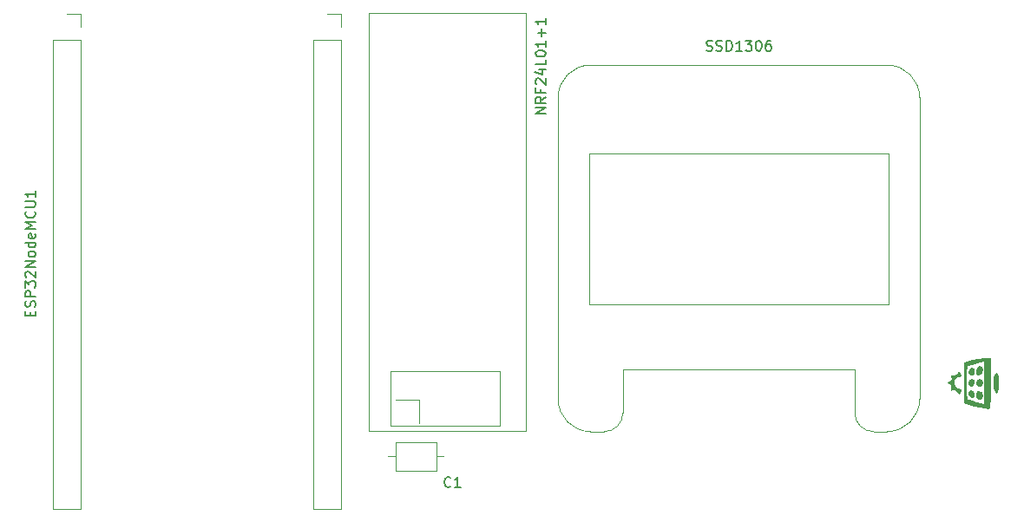
<source format=gbr>
%TF.GenerationSoftware,KiCad,Pcbnew,(6.0.10-0)*%
%TF.CreationDate,2023-01-27T21:07:09+01:00*%
%TF.ProjectId,openDTU_wDisplay,6f70656e-4454-4555-9f77-446973706c61,rev?*%
%TF.SameCoordinates,Original*%
%TF.FileFunction,Legend,Top*%
%TF.FilePolarity,Positive*%
%FSLAX46Y46*%
G04 Gerber Fmt 4.6, Leading zero omitted, Abs format (unit mm)*
G04 Created by KiCad (PCBNEW (6.0.10-0)) date 2023-01-27 21:07:09*
%MOMM*%
%LPD*%
G01*
G04 APERTURE LIST*
%ADD10C,0.150000*%
%ADD11C,0.120000*%
G04 APERTURE END LIST*
D10*
%TO.C,NRF24L01+1*%
X129992380Y-79295047D02*
X128992380Y-79295047D01*
X129992380Y-78723619D01*
X128992380Y-78723619D01*
X129992380Y-77676000D02*
X129516190Y-78009333D01*
X129992380Y-78247428D02*
X128992380Y-78247428D01*
X128992380Y-77866476D01*
X129040000Y-77771238D01*
X129087619Y-77723619D01*
X129182857Y-77676000D01*
X129325714Y-77676000D01*
X129420952Y-77723619D01*
X129468571Y-77771238D01*
X129516190Y-77866476D01*
X129516190Y-78247428D01*
X129468571Y-76914095D02*
X129468571Y-77247428D01*
X129992380Y-77247428D02*
X128992380Y-77247428D01*
X128992380Y-76771238D01*
X129087619Y-76437904D02*
X129040000Y-76390285D01*
X128992380Y-76295047D01*
X128992380Y-76056952D01*
X129040000Y-75961714D01*
X129087619Y-75914095D01*
X129182857Y-75866476D01*
X129278095Y-75866476D01*
X129420952Y-75914095D01*
X129992380Y-76485523D01*
X129992380Y-75866476D01*
X129325714Y-75009333D02*
X129992380Y-75009333D01*
X128944761Y-75247428D02*
X129659047Y-75485523D01*
X129659047Y-74866476D01*
X129992380Y-74009333D02*
X129992380Y-74485523D01*
X128992380Y-74485523D01*
X128992380Y-73485523D02*
X128992380Y-73390285D01*
X129040000Y-73295047D01*
X129087619Y-73247428D01*
X129182857Y-73199809D01*
X129373333Y-73152190D01*
X129611428Y-73152190D01*
X129801904Y-73199809D01*
X129897142Y-73247428D01*
X129944761Y-73295047D01*
X129992380Y-73390285D01*
X129992380Y-73485523D01*
X129944761Y-73580761D01*
X129897142Y-73628380D01*
X129801904Y-73676000D01*
X129611428Y-73723619D01*
X129373333Y-73723619D01*
X129182857Y-73676000D01*
X129087619Y-73628380D01*
X129040000Y-73580761D01*
X128992380Y-73485523D01*
X129992380Y-72199809D02*
X129992380Y-72771238D01*
X129992380Y-72485523D02*
X128992380Y-72485523D01*
X129135238Y-72580761D01*
X129230476Y-72676000D01*
X129278095Y-72771238D01*
X129611428Y-71771238D02*
X129611428Y-71009333D01*
X129992380Y-71390285D02*
X129230476Y-71390285D01*
X129992380Y-70009333D02*
X129992380Y-70580761D01*
X129992380Y-70295047D02*
X128992380Y-70295047D01*
X129135238Y-70390285D01*
X129230476Y-70485523D01*
X129278095Y-70580761D01*
%TO.C,SSD1306*%
X145677333Y-73125761D02*
X145820190Y-73173380D01*
X146058285Y-73173380D01*
X146153523Y-73125761D01*
X146201142Y-73078142D01*
X146248761Y-72982904D01*
X146248761Y-72887666D01*
X146201142Y-72792428D01*
X146153523Y-72744809D01*
X146058285Y-72697190D01*
X145867809Y-72649571D01*
X145772571Y-72601952D01*
X145724952Y-72554333D01*
X145677333Y-72459095D01*
X145677333Y-72363857D01*
X145724952Y-72268619D01*
X145772571Y-72221000D01*
X145867809Y-72173380D01*
X146105904Y-72173380D01*
X146248761Y-72221000D01*
X146629714Y-73125761D02*
X146772571Y-73173380D01*
X147010666Y-73173380D01*
X147105904Y-73125761D01*
X147153523Y-73078142D01*
X147201142Y-72982904D01*
X147201142Y-72887666D01*
X147153523Y-72792428D01*
X147105904Y-72744809D01*
X147010666Y-72697190D01*
X146820190Y-72649571D01*
X146724952Y-72601952D01*
X146677333Y-72554333D01*
X146629714Y-72459095D01*
X146629714Y-72363857D01*
X146677333Y-72268619D01*
X146724952Y-72221000D01*
X146820190Y-72173380D01*
X147058285Y-72173380D01*
X147201142Y-72221000D01*
X147629714Y-73173380D02*
X147629714Y-72173380D01*
X147867809Y-72173380D01*
X148010666Y-72221000D01*
X148105904Y-72316238D01*
X148153523Y-72411476D01*
X148201142Y-72601952D01*
X148201142Y-72744809D01*
X148153523Y-72935285D01*
X148105904Y-73030523D01*
X148010666Y-73125761D01*
X147867809Y-73173380D01*
X147629714Y-73173380D01*
X149153523Y-73173380D02*
X148582095Y-73173380D01*
X148867809Y-73173380D02*
X148867809Y-72173380D01*
X148772571Y-72316238D01*
X148677333Y-72411476D01*
X148582095Y-72459095D01*
X149486857Y-72173380D02*
X150105904Y-72173380D01*
X149772571Y-72554333D01*
X149915428Y-72554333D01*
X150010666Y-72601952D01*
X150058285Y-72649571D01*
X150105904Y-72744809D01*
X150105904Y-72982904D01*
X150058285Y-73078142D01*
X150010666Y-73125761D01*
X149915428Y-73173380D01*
X149629714Y-73173380D01*
X149534476Y-73125761D01*
X149486857Y-73078142D01*
X150724952Y-72173380D02*
X150820190Y-72173380D01*
X150915428Y-72221000D01*
X150963047Y-72268619D01*
X151010666Y-72363857D01*
X151058285Y-72554333D01*
X151058285Y-72792428D01*
X151010666Y-72982904D01*
X150963047Y-73078142D01*
X150915428Y-73125761D01*
X150820190Y-73173380D01*
X150724952Y-73173380D01*
X150629714Y-73125761D01*
X150582095Y-73078142D01*
X150534476Y-72982904D01*
X150486857Y-72792428D01*
X150486857Y-72554333D01*
X150534476Y-72363857D01*
X150582095Y-72268619D01*
X150629714Y-72221000D01*
X150724952Y-72173380D01*
X151915428Y-72173380D02*
X151724952Y-72173380D01*
X151629714Y-72221000D01*
X151582095Y-72268619D01*
X151486857Y-72411476D01*
X151439238Y-72601952D01*
X151439238Y-72982904D01*
X151486857Y-73078142D01*
X151534476Y-73125761D01*
X151629714Y-73173380D01*
X151820190Y-73173380D01*
X151915428Y-73125761D01*
X151963047Y-73078142D01*
X152010666Y-72982904D01*
X152010666Y-72744809D01*
X151963047Y-72649571D01*
X151915428Y-72601952D01*
X151820190Y-72554333D01*
X151629714Y-72554333D01*
X151534476Y-72601952D01*
X151486857Y-72649571D01*
X151439238Y-72744809D01*
%TO.C,C1*%
X120737333Y-115673142D02*
X120689714Y-115720761D01*
X120546857Y-115768380D01*
X120451619Y-115768380D01*
X120308761Y-115720761D01*
X120213523Y-115625523D01*
X120165904Y-115530285D01*
X120118285Y-115339809D01*
X120118285Y-115196952D01*
X120165904Y-115006476D01*
X120213523Y-114911238D01*
X120308761Y-114816000D01*
X120451619Y-114768380D01*
X120546857Y-114768380D01*
X120689714Y-114816000D01*
X120737333Y-114863619D01*
X121689714Y-115768380D02*
X121118285Y-115768380D01*
X121404000Y-115768380D02*
X121404000Y-114768380D01*
X121308761Y-114911238D01*
X121213523Y-115006476D01*
X121118285Y-115054095D01*
%TO.C,ESP32NodeMCU1*%
X79684571Y-99035428D02*
X79684571Y-98702095D01*
X80208380Y-98559238D02*
X80208380Y-99035428D01*
X79208380Y-99035428D01*
X79208380Y-98559238D01*
X80160761Y-98178285D02*
X80208380Y-98035428D01*
X80208380Y-97797333D01*
X80160761Y-97702095D01*
X80113142Y-97654476D01*
X80017904Y-97606857D01*
X79922666Y-97606857D01*
X79827428Y-97654476D01*
X79779809Y-97702095D01*
X79732190Y-97797333D01*
X79684571Y-97987809D01*
X79636952Y-98083047D01*
X79589333Y-98130666D01*
X79494095Y-98178285D01*
X79398857Y-98178285D01*
X79303619Y-98130666D01*
X79256000Y-98083047D01*
X79208380Y-97987809D01*
X79208380Y-97749714D01*
X79256000Y-97606857D01*
X80208380Y-97178285D02*
X79208380Y-97178285D01*
X79208380Y-96797333D01*
X79256000Y-96702095D01*
X79303619Y-96654476D01*
X79398857Y-96606857D01*
X79541714Y-96606857D01*
X79636952Y-96654476D01*
X79684571Y-96702095D01*
X79732190Y-96797333D01*
X79732190Y-97178285D01*
X79208380Y-96273523D02*
X79208380Y-95654476D01*
X79589333Y-95987809D01*
X79589333Y-95844952D01*
X79636952Y-95749714D01*
X79684571Y-95702095D01*
X79779809Y-95654476D01*
X80017904Y-95654476D01*
X80113142Y-95702095D01*
X80160761Y-95749714D01*
X80208380Y-95844952D01*
X80208380Y-96130666D01*
X80160761Y-96225904D01*
X80113142Y-96273523D01*
X79303619Y-95273523D02*
X79256000Y-95225904D01*
X79208380Y-95130666D01*
X79208380Y-94892571D01*
X79256000Y-94797333D01*
X79303619Y-94749714D01*
X79398857Y-94702095D01*
X79494095Y-94702095D01*
X79636952Y-94749714D01*
X80208380Y-95321142D01*
X80208380Y-94702095D01*
X80208380Y-94273523D02*
X79208380Y-94273523D01*
X80208380Y-93702095D01*
X79208380Y-93702095D01*
X80208380Y-93083047D02*
X80160761Y-93178285D01*
X80113142Y-93225904D01*
X80017904Y-93273523D01*
X79732190Y-93273523D01*
X79636952Y-93225904D01*
X79589333Y-93178285D01*
X79541714Y-93083047D01*
X79541714Y-92940190D01*
X79589333Y-92844952D01*
X79636952Y-92797333D01*
X79732190Y-92749714D01*
X80017904Y-92749714D01*
X80113142Y-92797333D01*
X80160761Y-92844952D01*
X80208380Y-92940190D01*
X80208380Y-93083047D01*
X80208380Y-91892571D02*
X79208380Y-91892571D01*
X80160761Y-91892571D02*
X80208380Y-91987809D01*
X80208380Y-92178285D01*
X80160761Y-92273523D01*
X80113142Y-92321142D01*
X80017904Y-92368761D01*
X79732190Y-92368761D01*
X79636952Y-92321142D01*
X79589333Y-92273523D01*
X79541714Y-92178285D01*
X79541714Y-91987809D01*
X79589333Y-91892571D01*
X80160761Y-91035428D02*
X80208380Y-91130666D01*
X80208380Y-91321142D01*
X80160761Y-91416380D01*
X80065523Y-91464000D01*
X79684571Y-91464000D01*
X79589333Y-91416380D01*
X79541714Y-91321142D01*
X79541714Y-91130666D01*
X79589333Y-91035428D01*
X79684571Y-90987809D01*
X79779809Y-90987809D01*
X79875047Y-91464000D01*
X80208380Y-90559238D02*
X79208380Y-90559238D01*
X79922666Y-90225904D01*
X79208380Y-89892571D01*
X80208380Y-89892571D01*
X80113142Y-88844952D02*
X80160761Y-88892571D01*
X80208380Y-89035428D01*
X80208380Y-89130666D01*
X80160761Y-89273523D01*
X80065523Y-89368761D01*
X79970285Y-89416380D01*
X79779809Y-89464000D01*
X79636952Y-89464000D01*
X79446476Y-89416380D01*
X79351238Y-89368761D01*
X79256000Y-89273523D01*
X79208380Y-89130666D01*
X79208380Y-89035428D01*
X79256000Y-88892571D01*
X79303619Y-88844952D01*
X79208380Y-88416380D02*
X80017904Y-88416380D01*
X80113142Y-88368761D01*
X80160761Y-88321142D01*
X80208380Y-88225904D01*
X80208380Y-88035428D01*
X80160761Y-87940190D01*
X80113142Y-87892571D01*
X80017904Y-87844952D01*
X79208380Y-87844952D01*
X80208380Y-86844952D02*
X80208380Y-87416380D01*
X80208380Y-87130666D02*
X79208380Y-87130666D01*
X79351238Y-87225904D01*
X79446476Y-87321142D01*
X79494095Y-87416380D01*
D11*
%TO.C,NRF24L01+1*%
X114822000Y-104452000D02*
X125490000Y-104452000D01*
X114822000Y-109786000D02*
X114822000Y-104452000D01*
X125490000Y-109786000D02*
X114822000Y-109786000D01*
X117616000Y-109532000D02*
X117616000Y-109532000D01*
X115330000Y-107246000D02*
X117616000Y-107246000D01*
X125490000Y-104452000D02*
X125490000Y-109786000D01*
X117616000Y-107246000D02*
X117616000Y-109532000D01*
X114822000Y-109786000D02*
X114822000Y-109786000D01*
X125490000Y-109786000D02*
X125490000Y-109786000D01*
X112746000Y-110294000D02*
X128046000Y-110294000D01*
X128046000Y-110294000D02*
X128046000Y-69494000D01*
X128046000Y-69494000D02*
X112746000Y-69494000D01*
X112746000Y-69494000D02*
X112746000Y-110294000D01*
%TO.C,SSD1306*%
X135716000Y-110343000D02*
X134364000Y-110343000D01*
X137524000Y-104247000D02*
X137524000Y-108535000D01*
X134256000Y-83199000D02*
X134256000Y-97897000D01*
X163432000Y-83199000D02*
X163432000Y-97897000D01*
X137524000Y-104247000D02*
X160164000Y-104247000D01*
X161972000Y-110343000D02*
X163324000Y-110343000D01*
X134256000Y-97897000D02*
X163432000Y-97897000D01*
X163322000Y-74563000D02*
X134366000Y-74563000D01*
X160164000Y-104247000D02*
X160164000Y-108535000D01*
X131208000Y-77721000D02*
X131208000Y-107185000D01*
X166480000Y-77721000D02*
X166480000Y-107185000D01*
X134256000Y-83199000D02*
X163432000Y-83199000D01*
X166480000Y-77721000D02*
G75*
G03*
X163322000Y-74563000I-3158000J0D01*
G01*
X135718000Y-110343000D02*
G75*
G03*
X137524000Y-108533000I-2000J1808000D01*
G01*
X163322000Y-110343000D02*
G75*
G03*
X166480000Y-107185000I0J3158000D01*
G01*
X160164000Y-108533000D02*
G75*
G03*
X161970000Y-110343000I1808000J-2000D01*
G01*
X131208000Y-107185000D02*
G75*
G03*
X134366000Y-110343000I3158001J1D01*
G01*
X134366000Y-74563000D02*
G75*
G03*
X131208000Y-77721000I1J-3158001D01*
G01*
%TO.C,C1*%
X114638000Y-112776000D02*
X115328000Y-112776000D01*
X119368000Y-114196000D02*
X119368000Y-111356000D01*
X119368000Y-111356000D02*
X115328000Y-111356000D01*
X120058000Y-112776000D02*
X119368000Y-112776000D01*
X115328000Y-111356000D02*
X115328000Y-114196000D01*
X115328000Y-114196000D02*
X119368000Y-114196000D01*
%TO.C,ESP32NodeMCU1*%
X81929500Y-117900000D02*
X84589500Y-117900000D01*
X83259500Y-69520000D02*
X84589500Y-69520000D01*
X109989500Y-72120000D02*
X109989500Y-117900000D01*
X81929500Y-72120000D02*
X81929500Y-117900000D01*
X108659500Y-69520000D02*
X109989500Y-69520000D01*
X109989500Y-69520000D02*
X109989500Y-70850000D01*
X107329500Y-72120000D02*
X109989500Y-72120000D01*
X84589500Y-69520000D02*
X84589500Y-70850000D01*
X107329500Y-117900000D02*
X109989500Y-117900000D01*
X84589500Y-72120000D02*
X84589500Y-117900000D01*
X81929500Y-72120000D02*
X84589500Y-72120000D01*
X107329500Y-72120000D02*
X107329500Y-117900000D01*
%TO.C,G\u002A\u002A\u002A*%
G36*
X171860791Y-107876730D02*
G01*
X170841655Y-107591835D01*
X170841655Y-105605008D01*
X171079111Y-105605008D01*
X171086890Y-106213018D01*
X171109311Y-106739643D01*
X171146376Y-107105958D01*
X171194433Y-107233598D01*
X171401939Y-107276837D01*
X171798978Y-107385053D01*
X172056778Y-107461284D01*
X172801531Y-107687272D01*
X172801531Y-103483937D01*
X172056778Y-103709925D01*
X171602487Y-103841422D01*
X171277792Y-103923765D01*
X171194433Y-103937611D01*
X171143637Y-104081915D01*
X171107485Y-104460532D01*
X171085977Y-104994538D01*
X171079111Y-105605008D01*
X170841655Y-105605008D01*
X170841655Y-103567824D01*
X171625605Y-103364615D01*
X172196748Y-103242402D01*
X172734653Y-103168276D01*
X172919124Y-103158382D01*
X173428692Y-103155358D01*
X173428692Y-105664000D01*
X173426038Y-106605879D01*
X173414832Y-107278610D01*
X173390206Y-107726601D01*
X173347291Y-107994263D01*
X173281220Y-108126004D01*
X173187124Y-108166234D01*
X173154309Y-108167133D01*
X172867563Y-108123553D01*
X172801531Y-108108629D01*
X172387771Y-108015118D01*
X171860791Y-107876730D01*
G37*
G36*
X172265589Y-106352780D02*
G01*
X172515530Y-106435796D01*
X172579170Y-106447950D01*
X172628520Y-106582528D01*
X172644741Y-106839925D01*
X172571247Y-107147298D01*
X172331161Y-107231901D01*
X172104740Y-107161070D01*
X172022179Y-106894379D01*
X172017581Y-106744756D01*
X172052449Y-106412375D01*
X172181691Y-106329867D01*
X172265589Y-106352780D01*
G37*
G36*
X170469098Y-104592520D02*
G01*
X170592213Y-104879722D01*
X170454814Y-105022402D01*
X170253692Y-105065132D01*
X169993555Y-105176254D01*
X169904125Y-105468539D01*
X169900914Y-105585604D01*
X169956547Y-105940355D01*
X170166235Y-106089376D01*
X170253692Y-106106077D01*
X170549109Y-106197909D01*
X170568385Y-106394580D01*
X170465597Y-106584354D01*
X170330634Y-106703742D01*
X170187979Y-106545839D01*
X170173827Y-106520934D01*
X169929944Y-106324343D01*
X169753280Y-106344346D01*
X169565265Y-106365519D01*
X169577463Y-106165915D01*
X169583954Y-106145020D01*
X169554226Y-105823859D01*
X169398218Y-105686180D01*
X169201991Y-105553667D01*
X169283269Y-105466347D01*
X169396019Y-105420791D01*
X169598995Y-105215447D01*
X169585565Y-105031265D01*
X169574484Y-104828080D01*
X169780225Y-104823925D01*
X169814172Y-104832436D01*
X170125173Y-104799922D01*
X170234409Y-104649506D01*
X170344351Y-104478953D01*
X170469098Y-104592520D01*
G37*
G36*
X174128687Y-104661686D02*
G01*
X174191370Y-104950151D01*
X174212511Y-105508460D01*
X174212642Y-105572539D01*
X174190004Y-106126275D01*
X174128981Y-106491689D01*
X174051972Y-106604740D01*
X173843411Y-106468800D01*
X173713264Y-106125327D01*
X173663235Y-105670838D01*
X173695028Y-105201855D01*
X173810347Y-104814895D01*
X174010897Y-104606478D01*
X174016655Y-104604508D01*
X174128687Y-104661686D01*
G37*
G36*
X172564173Y-104058907D02*
G01*
X172652143Y-104329866D01*
X172584853Y-104620429D01*
X172396733Y-104784879D01*
X172138980Y-104863559D01*
X172036445Y-104776747D01*
X172017614Y-104453672D01*
X172017581Y-104409679D01*
X172066859Y-104065382D01*
X172250214Y-103944161D01*
X172331161Y-103939308D01*
X172564173Y-104058907D01*
G37*
G36*
X171796545Y-104219686D02*
G01*
X171860791Y-104476577D01*
X171793436Y-104787811D01*
X171552516Y-104879896D01*
X171536305Y-104880049D01*
X171292675Y-104804800D01*
X171261701Y-104530433D01*
X171261923Y-104528873D01*
X171394759Y-104219533D01*
X171607599Y-104113446D01*
X171796545Y-104219686D01*
G37*
G36*
X172577059Y-105285497D02*
G01*
X172644741Y-105585604D01*
X172571247Y-105892977D01*
X172331161Y-105977580D01*
X172085263Y-105885712D01*
X172017581Y-105585604D01*
X172091075Y-105278232D01*
X172331161Y-105193629D01*
X172577059Y-105285497D01*
G37*
G36*
X171786610Y-106374910D02*
G01*
X171860668Y-106674475D01*
X171860791Y-106694632D01*
X171803472Y-106992568D01*
X171602707Y-107048683D01*
X171586408Y-107045808D01*
X171349418Y-106866873D01*
X171261923Y-106642336D01*
X171292176Y-106367046D01*
X171534864Y-106291161D01*
X171536305Y-106291160D01*
X171786610Y-106374910D01*
G37*
G36*
X171793108Y-105285497D02*
G01*
X171860791Y-105585604D01*
X171787296Y-105892977D01*
X171547210Y-105977580D01*
X171301312Y-105885712D01*
X171233630Y-105585604D01*
X171307124Y-105278232D01*
X171547210Y-105193629D01*
X171793108Y-105285497D01*
G37*
%TD*%
M02*

</source>
